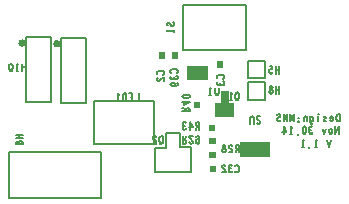
<source format=gbo>
G04 ================== begin FILE IDENTIFICATION RECORD ==================*
G04 Layout Name:  ETDS_PCB_ANTENNA.brd*
G04 Film Name:    SILKSCREEN_BOTTOM*
G04 File Format:  Gerber RS274X*
G04 File Origin:  Cadence Allegro 16.6-P004*
G04 Origin Date:  Mon Dec 01 16:47:35 2014*
G04 *
G04 Layer:  REF DES/SILKSCREEN_BOTTOM*
G04 Layer:  PACKAGE GEOMETRY/SILKSCREEN_BOTTOM*
G04 Layer:  BOARD GEOMETRY/SILKSCREEN_BOTTOM*
G04 *
G04 Offset:    (0.00 0.00)*
G04 Mirror:    No*
G04 Mode:      Positive*
G04 Rotation:  0*
G04 FullContactRelief:  No*
G04 UndefLineWidth:     5.00*
G04 ================== end FILE IDENTIFICATION RECORD ====================*
%FSLAX25Y25*MOIN*%
%IR0*IPPOS*OFA0.00000B0.00000*MIA0B0*SFA1.00000B1.00000*%
%ADD10C,.005*%
G75*
%LPD*%
G75*
G36*
G01X756565Y1701400D02*
G03I-1265J0D01*
G37*
G36*
G01X768165Y1701200D02*
G03I-1265J0D01*
G37*
G36*
G01X800900Y1698300D02*
X802900D01*
Y1696100D01*
X800900D01*
Y1698300D01*
G37*
G36*
G01X814700Y1679650D02*
X812700D01*
Y1681850D01*
X814700D01*
Y1679650D01*
G37*
G36*
G01X817150Y1693850D02*
Y1689050D01*
X810250D01*
Y1693850D01*
X817150D01*
G37*
G36*
G01X805300Y1698300D02*
X807300D01*
Y1696100D01*
X805300D01*
Y1698300D01*
G37*
G36*
G01X827800Y1663400D02*
Y1668400D01*
X837900D01*
Y1663400D01*
X827800D01*
G37*
G36*
G01X820000Y1660400D02*
Y1658400D01*
X817800D01*
Y1660400D01*
X820000D01*
G37*
G36*
G01X819900Y1665000D02*
Y1663000D01*
X817700D01*
Y1665000D01*
X819900D01*
G37*
G36*
G01X824100Y1681600D02*
Y1685300D01*
X821500D01*
Y1681600D01*
X819500D01*
Y1676700D01*
X826000D01*
Y1681600D01*
X824100D01*
G37*
G36*
G01X817600Y1667800D02*
Y1669800D01*
X819800D01*
Y1667800D01*
X817600D01*
G37*
G36*
G01X819700Y1674100D02*
Y1672100D01*
X817500D01*
Y1674100D01*
X819700D01*
G37*
G36*
G01X820400Y1695450D02*
X822400D01*
Y1693250D01*
X820400D01*
Y1695450D01*
G37*
G54D10*
G01X750950Y1665050D02*
X781550D01*
Y1649650D01*
X750950D01*
Y1665050D01*
G01X755650Y1670910D02*
X753150D01*
G01Y1669790D02*
X755650D01*
G01X754400D02*
Y1670910D01*
G01X754608Y1668657D02*
X754317Y1668470D01*
X754150Y1668310D01*
X754067Y1668097D01*
X754150Y1667910D01*
X754317Y1667777D01*
X754567Y1667670D01*
X754858Y1667643D01*
X755108Y1667670D01*
X755358Y1667777D01*
X755567Y1667937D01*
X755650Y1668123D01*
X755567Y1668337D01*
X755317Y1668523D01*
X754942Y1668630D01*
X754525Y1668657D01*
X753983Y1668603D01*
X753692Y1668523D01*
X753400Y1668390D01*
X753192Y1668203D01*
X753150Y1668017D01*
X753233Y1667830D01*
X753442Y1667697D01*
G01X756510Y1692100D02*
Y1694600D01*
G01X755390D02*
Y1692100D01*
G01Y1693350D02*
X756510D01*
G01X753750Y1692100D02*
Y1694600D01*
X754070Y1694100D01*
G01Y1692100D02*
X753430D01*
G01X751550Y1694600D02*
X751763Y1694517D01*
X751923Y1694308D01*
X752030Y1694058D01*
X752110Y1693725D01*
X752137Y1693350D01*
X752110Y1692975D01*
X752030Y1692642D01*
X751923Y1692392D01*
X751763Y1692183D01*
X751550Y1692100D01*
X751337Y1692183D01*
X751177Y1692392D01*
X751070Y1692642D01*
X750990Y1692975D01*
X750963Y1693350D01*
X750990Y1693725D01*
X751070Y1694058D01*
X751177Y1694308D01*
X751337Y1694517D01*
X751550Y1694600D01*
G01X776500Y1703200D02*
Y1681600D01*
X768300D01*
Y1703200D01*
X776500D01*
G01X764900Y1703400D02*
Y1681800D01*
X756700D01*
Y1703400D01*
X764900D01*
G01X799150Y1682000D02*
Y1667800D01*
X779350D01*
Y1682000D01*
X799150D01*
G01X808000Y1666700D02*
Y1671500D01*
X803300D01*
Y1666600D01*
X799700D01*
Y1658500D01*
X811700D01*
Y1666700D01*
X808000D01*
G01X794283Y1684700D02*
Y1682200D01*
X793217D01*
G01X791017D02*
X792083D01*
Y1684700D01*
X791017D01*
G01X791443Y1683492D02*
X792083D01*
G01X789937Y1682200D02*
Y1684700D01*
X789403D01*
X789190Y1684575D01*
X789030Y1684408D01*
X788897Y1684158D01*
X788790Y1683867D01*
X788763Y1683450D01*
X788790Y1683033D01*
X788897Y1682742D01*
X789030Y1682492D01*
X789190Y1682325D01*
X789403Y1682200D01*
X789937D01*
G01X787150D02*
Y1684700D01*
X787470Y1684200D01*
G01Y1682200D02*
X786830D01*
G01X801700Y1667900D02*
X801913Y1667942D01*
X802100Y1668108D01*
X802260Y1668358D01*
X802367Y1668650D01*
X802420Y1668983D01*
Y1669317D01*
X802367Y1669650D01*
X802260Y1669942D01*
X802100Y1670192D01*
X801913Y1670358D01*
X801700Y1670400D01*
X801487Y1670358D01*
X801300Y1670192D01*
X801140Y1669942D01*
X801033Y1669650D01*
X800980Y1669317D01*
Y1668983D01*
X801033Y1668650D01*
X801140Y1668358D01*
X801300Y1668108D01*
X801487Y1667942D01*
X801700Y1667900D01*
G01X801487Y1668567D02*
X801167Y1667900D01*
G01X800007Y1669983D02*
X799847Y1670233D01*
X799660Y1670358D01*
X799447Y1670400D01*
X799180Y1670317D01*
X798993Y1670108D01*
X798940Y1669858D01*
X798967Y1669608D01*
X799073Y1669400D01*
X799607Y1668983D01*
X799847Y1668692D01*
X800007Y1668275D01*
X800060Y1667900D01*
X798940D01*
G01X800408Y1691013D02*
X800283Y1691173D01*
X800200Y1691360D01*
Y1691573D01*
X800325Y1691813D01*
X800533Y1692000D01*
X800783Y1692133D01*
X801200Y1692240D01*
X801575Y1692267D01*
X801950Y1692213D01*
X802200Y1692133D01*
X802450Y1691973D01*
X802617Y1691787D01*
X802700Y1691600D01*
Y1691413D01*
X802617Y1691227D01*
X802492Y1691067D01*
X802325Y1690933D01*
G01X800617Y1689907D02*
X800367Y1689747D01*
X800242Y1689560D01*
X800200Y1689347D01*
X800283Y1689080D01*
X800492Y1688893D01*
X800742Y1688840D01*
X800992Y1688867D01*
X801200Y1688973D01*
X801617Y1689507D01*
X801908Y1689747D01*
X802325Y1689907D01*
X802700Y1689960D01*
Y1688840D01*
G01X808867Y1670400D02*
Y1667900D01*
X809533D01*
X809747Y1668025D01*
X809880Y1668192D01*
X809933Y1668525D01*
X809880Y1668858D01*
X809720Y1669067D01*
X809533Y1669192D01*
X808867D01*
G01X809533D02*
X809933Y1670400D01*
G01X811093Y1668317D02*
X811253Y1668067D01*
X811440Y1667942D01*
X811653Y1667900D01*
X811920Y1667983D01*
X812107Y1668192D01*
X812160Y1668442D01*
X812133Y1668692D01*
X812027Y1668900D01*
X811493Y1669317D01*
X811253Y1669608D01*
X811093Y1670025D01*
X811040Y1670400D01*
X812160D01*
G01X813347Y1670108D02*
X813533Y1670317D01*
X813747Y1670400D01*
X813960Y1670317D01*
X814147Y1670067D01*
X814280Y1669692D01*
X814333Y1669317D01*
Y1668858D01*
X814280Y1668483D01*
X814147Y1668150D01*
X813987Y1667983D01*
X813800Y1667900D01*
X813587Y1667983D01*
X813427Y1668150D01*
X813320Y1668400D01*
X813267Y1668733D01*
X813320Y1669025D01*
X813453Y1669317D01*
X813613Y1669483D01*
X813800Y1669525D01*
X814013Y1669442D01*
X814173Y1669233D01*
X814333Y1668858D01*
G01X808700Y1678717D02*
X811200D01*
Y1679383D01*
X811075Y1679597D01*
X810908Y1679730D01*
X810575Y1679783D01*
X810242Y1679730D01*
X810033Y1679570D01*
X809908Y1679383D01*
Y1678717D01*
G01Y1679383D02*
X808700Y1679783D01*
G01Y1681770D02*
X811200D01*
X809408Y1680783D01*
Y1682117D01*
G01X811200Y1683650D02*
X811117Y1683437D01*
X810908Y1683277D01*
X810658Y1683170D01*
X810325Y1683090D01*
X809950Y1683063D01*
X809575Y1683090D01*
X809242Y1683170D01*
X808992Y1683277D01*
X808783Y1683437D01*
X808700Y1683650D01*
X808783Y1683863D01*
X808992Y1684023D01*
X809242Y1684130D01*
X809575Y1684210D01*
X809950Y1684237D01*
X810325Y1684210D01*
X810658Y1684130D01*
X810908Y1684023D01*
X811117Y1683863D01*
X811200Y1683650D01*
G01X814333Y1672600D02*
Y1675100D01*
X813667D01*
X813453Y1674975D01*
X813320Y1674808D01*
X813267Y1674475D01*
X813320Y1674142D01*
X813480Y1673933D01*
X813667Y1673808D01*
X814333D01*
G01X813667D02*
X813267Y1672600D01*
G01X811280D02*
Y1675100D01*
X812267Y1673308D01*
X810933D01*
G01X809987Y1673100D02*
X809827Y1672808D01*
X809613Y1672642D01*
X809373Y1672600D01*
X809160Y1672642D01*
X808947Y1672850D01*
X808813Y1673100D01*
X808787Y1673350D01*
X808840Y1673642D01*
X809027Y1673850D01*
X809213Y1673933D01*
X809453D01*
G01X809213D02*
X809053Y1674058D01*
X808920Y1674267D01*
X808867Y1674517D01*
X808920Y1674767D01*
X809053Y1674975D01*
X809293Y1675100D01*
X809533Y1675058D01*
X809773Y1674892D01*
G01X820837Y1686550D02*
Y1684758D01*
X820730Y1684383D01*
X820517Y1684133D01*
X820250Y1684050D01*
X819983Y1684133D01*
X819770Y1684383D01*
X819663Y1684758D01*
Y1686550D01*
G01X818050Y1684050D02*
Y1686550D01*
X818370Y1686050D01*
G01Y1684050D02*
X817730D01*
G01X804908Y1691513D02*
X804783Y1691673D01*
X804700Y1691860D01*
Y1692073D01*
X804825Y1692313D01*
X805033Y1692500D01*
X805283Y1692633D01*
X805700Y1692740D01*
X806075Y1692767D01*
X806450Y1692713D01*
X806700Y1692633D01*
X806950Y1692473D01*
X807117Y1692287D01*
X807200Y1692100D01*
Y1691913D01*
X807117Y1691727D01*
X806992Y1691567D01*
X806825Y1691433D01*
G01X806700Y1690487D02*
X806992Y1690327D01*
X807158Y1690113D01*
X807200Y1689873D01*
X807158Y1689660D01*
X806950Y1689447D01*
X806700Y1689313D01*
X806450Y1689287D01*
X806158Y1689340D01*
X805950Y1689527D01*
X805867Y1689713D01*
Y1689953D01*
G01Y1689713D02*
X805742Y1689553D01*
X805533Y1689420D01*
X805283Y1689367D01*
X805033Y1689420D01*
X804825Y1689553D01*
X804700Y1689793D01*
X804742Y1690033D01*
X804908Y1690273D01*
G01X806908Y1688153D02*
X807117Y1687967D01*
X807200Y1687753D01*
X807117Y1687540D01*
X806867Y1687353D01*
X806492Y1687220D01*
X806117Y1687167D01*
X805658D01*
X805283Y1687220D01*
X804950Y1687353D01*
X804783Y1687513D01*
X804700Y1687700D01*
X804783Y1687913D01*
X804950Y1688073D01*
X805200Y1688180D01*
X805533Y1688233D01*
X805825Y1688180D01*
X806117Y1688047D01*
X806283Y1687887D01*
X806325Y1687700D01*
X806242Y1687487D01*
X806033Y1687327D01*
X805658Y1687167D01*
G01X805667Y1708310D02*
X805875Y1708097D01*
X806000Y1707857D01*
Y1707643D01*
X805875Y1707430D01*
X805667Y1707270D01*
X805375Y1707190D01*
X805083Y1707243D01*
X804833Y1707377D01*
X804667Y1707617D01*
X804583Y1707937D01*
X804417Y1708123D01*
X804125Y1708203D01*
X803833Y1708150D01*
X803625Y1708017D01*
X803500Y1707830D01*
Y1707643D01*
X803583Y1707457D01*
X803792Y1707297D01*
G01X806000Y1705550D02*
X803500D01*
X804000Y1705870D01*
G01X806000D02*
Y1705230D01*
G01X808900Y1714100D02*
X829900D01*
Y1699000D01*
X808900D01*
Y1714100D01*
G01X826363Y1660592D02*
X826523Y1660717D01*
X826710Y1660800D01*
X826923D01*
X827163Y1660675D01*
X827350Y1660467D01*
X827483Y1660217D01*
X827590Y1659800D01*
X827617Y1659425D01*
X827563Y1659050D01*
X827483Y1658800D01*
X827323Y1658550D01*
X827137Y1658383D01*
X826950Y1658300D01*
X826763D01*
X826577Y1658383D01*
X826417Y1658508D01*
X826283Y1658675D01*
G01X825337Y1658800D02*
X825177Y1658508D01*
X824963Y1658342D01*
X824723Y1658300D01*
X824510Y1658342D01*
X824297Y1658550D01*
X824163Y1658800D01*
X824137Y1659050D01*
X824190Y1659342D01*
X824377Y1659550D01*
X824563Y1659633D01*
X824803D01*
G01X824563D02*
X824403Y1659758D01*
X824270Y1659967D01*
X824217Y1660217D01*
X824270Y1660467D01*
X824403Y1660675D01*
X824643Y1660800D01*
X824883Y1660758D01*
X825123Y1660592D01*
G01X823057Y1660383D02*
X822897Y1660633D01*
X822710Y1660758D01*
X822497Y1660800D01*
X822230Y1660717D01*
X822043Y1660508D01*
X821990Y1660258D01*
X822017Y1660008D01*
X822123Y1659800D01*
X822657Y1659383D01*
X822897Y1659092D01*
X823057Y1658675D01*
X823110Y1658300D01*
X821990D01*
G01X827533Y1665000D02*
Y1667500D01*
X826867D01*
X826653Y1667375D01*
X826520Y1667208D01*
X826467Y1666875D01*
X826520Y1666542D01*
X826680Y1666333D01*
X826867Y1666208D01*
X827533D01*
G01X826867D02*
X826467Y1665000D01*
G01X825307Y1667083D02*
X825147Y1667333D01*
X824960Y1667458D01*
X824747Y1667500D01*
X824480Y1667417D01*
X824293Y1667208D01*
X824240Y1666958D01*
X824267Y1666708D01*
X824373Y1666500D01*
X824907Y1666083D01*
X825147Y1665792D01*
X825307Y1665375D01*
X825360Y1665000D01*
X824240D01*
G01X822600D02*
X822413Y1665042D01*
X822200Y1665167D01*
X822067Y1665375D01*
X822013Y1665667D01*
X822067Y1665958D01*
X822227Y1666208D01*
X822467Y1666333D01*
X822733D01*
X822893Y1666417D01*
X823027Y1666625D01*
X823080Y1666917D01*
X823000Y1667208D01*
X822813Y1667417D01*
X822600Y1667500D01*
X822387Y1667417D01*
X822200Y1667208D01*
X822120Y1666917D01*
X822173Y1666625D01*
X822307Y1666417D01*
X822467Y1666333D01*
X822733D01*
X822973Y1666208D01*
X823133Y1665958D01*
X823187Y1665667D01*
X823133Y1665375D01*
X823000Y1665167D01*
X822787Y1665042D01*
X822600Y1665000D01*
G01X831313Y1674500D02*
Y1676292D01*
X831420Y1676667D01*
X831633Y1676917D01*
X831900Y1677000D01*
X832167Y1676917D01*
X832380Y1676667D01*
X832487Y1676292D01*
Y1674500D01*
G01X833593Y1674917D02*
X833753Y1674667D01*
X833940Y1674542D01*
X834153Y1674500D01*
X834420Y1674583D01*
X834607Y1674792D01*
X834660Y1675042D01*
X834633Y1675292D01*
X834527Y1675500D01*
X833993Y1675917D01*
X833753Y1676208D01*
X833593Y1676625D01*
X833540Y1677000D01*
X834660D01*
G01X827000Y1682500D02*
X827213Y1682542D01*
X827400Y1682708D01*
X827560Y1682958D01*
X827667Y1683250D01*
X827720Y1683583D01*
Y1683917D01*
X827667Y1684250D01*
X827560Y1684542D01*
X827400Y1684792D01*
X827213Y1684958D01*
X827000Y1685000D01*
X826787Y1684958D01*
X826600Y1684792D01*
X826440Y1684542D01*
X826333Y1684250D01*
X826280Y1683917D01*
Y1683583D01*
X826333Y1683250D01*
X826440Y1682958D01*
X826600Y1682708D01*
X826787Y1682542D01*
X827000Y1682500D01*
G01X826787Y1683167D02*
X826467Y1682500D01*
G01X824800D02*
Y1685000D01*
X825120Y1684500D01*
G01Y1682500D02*
X824480D01*
G01X820408Y1689663D02*
X820283Y1689823D01*
X820200Y1690010D01*
Y1690223D01*
X820325Y1690463D01*
X820533Y1690650D01*
X820783Y1690783D01*
X821200Y1690890D01*
X821575Y1690917D01*
X821950Y1690863D01*
X822200Y1690783D01*
X822450Y1690623D01*
X822617Y1690437D01*
X822700Y1690250D01*
Y1690063D01*
X822617Y1689877D01*
X822492Y1689717D01*
X822325Y1689583D01*
G01X822200Y1688637D02*
X822492Y1688477D01*
X822658Y1688263D01*
X822700Y1688023D01*
X822658Y1687810D01*
X822450Y1687597D01*
X822200Y1687463D01*
X821950Y1687437D01*
X821658Y1687490D01*
X821450Y1687677D01*
X821367Y1687863D01*
Y1688103D01*
G01Y1687863D02*
X821242Y1687703D01*
X821033Y1687570D01*
X820783Y1687517D01*
X820533Y1687570D01*
X820325Y1687703D01*
X820200Y1687943D01*
X820242Y1688183D01*
X820408Y1688423D01*
G01X836350Y1688300D02*
Y1682500D01*
X830550D01*
Y1688300D01*
X836350D01*
G01Y1695500D02*
Y1689700D01*
X830550D01*
Y1695500D01*
X836350D01*
G01X858267Y1669150D02*
X857600Y1666650D01*
X856933Y1669150D01*
G01X853200Y1666650D02*
Y1669150D01*
X853520Y1668650D01*
G01Y1666650D02*
X852880D01*
G01X851000Y1666567D02*
X851053Y1666608D01*
Y1666692D01*
X851000Y1666733D01*
X850947Y1666692D01*
Y1666608D01*
X851000Y1666567D01*
G01X848800Y1666650D02*
Y1669150D01*
X849120Y1668650D01*
G01Y1666650D02*
X848480D01*
G01X861237Y1675300D02*
Y1677800D01*
X860703D01*
X860490Y1677675D01*
X860330Y1677508D01*
X860197Y1677258D01*
X860090Y1676967D01*
X860063Y1676550D01*
X860090Y1676133D01*
X860197Y1675842D01*
X860330Y1675592D01*
X860490Y1675425D01*
X860703Y1675300D01*
X861237D01*
G01X858850Y1676425D02*
X857997D01*
X858077Y1676717D01*
X858210Y1676883D01*
X858397Y1676967D01*
X858583Y1676925D01*
X858743Y1676800D01*
X858850Y1676508D01*
X858903Y1676258D01*
Y1676008D01*
X858850Y1675758D01*
X858717Y1675508D01*
X858557Y1675342D01*
X858370Y1675300D01*
X858183Y1675383D01*
X857997Y1675633D01*
G01X856650Y1675592D02*
X856517Y1675425D01*
X856330Y1675300D01*
X856170D01*
X856010Y1675383D01*
X855903Y1675508D01*
X855850Y1675675D01*
X855877Y1675925D01*
X855983Y1676050D01*
X856463Y1676300D01*
X856570Y1676592D01*
X856517Y1676800D01*
X856410Y1676925D01*
X856250Y1676967D01*
X856090Y1676925D01*
X855930Y1676800D01*
G01X854050Y1676967D02*
Y1675300D01*
G01Y1677633D02*
X854103Y1677675D01*
Y1677758D01*
X854050Y1677800D01*
X853997Y1677758D01*
Y1677675D01*
X854050Y1677633D01*
G01X852223Y1674675D02*
X852037Y1674508D01*
X851823Y1674467D01*
X851637Y1674508D01*
X851477Y1674717D01*
X851370Y1675008D01*
Y1676967D01*
G01Y1676633D02*
X851477Y1676800D01*
X851637Y1676925D01*
X851823Y1676967D01*
X852037Y1676883D01*
X852170Y1676717D01*
X852277Y1676425D01*
X852330Y1676133D01*
X852303Y1675883D01*
X852197Y1675592D01*
X852037Y1675383D01*
X851823Y1675300D01*
X851663Y1675342D01*
X851477Y1675508D01*
X851370Y1675675D01*
G01X850103Y1675300D02*
Y1676967D01*
G01Y1676550D02*
X849997Y1676758D01*
X849837Y1676925D01*
X849623Y1676967D01*
X849437Y1676925D01*
X849277Y1676758D01*
X849197Y1676467D01*
Y1675300D01*
G01X847450Y1675217D02*
X847503Y1675258D01*
Y1675342D01*
X847450Y1675383D01*
X847397Y1675342D01*
Y1675258D01*
X847450Y1675217D01*
G01Y1676342D02*
X847503Y1676383D01*
Y1676467D01*
X847450Y1676508D01*
X847397Y1676467D01*
Y1676383D01*
X847450Y1676342D01*
G01X845943Y1675300D02*
Y1677800D01*
X845250Y1675717D01*
X844557Y1677800D01*
Y1675300D01*
G01X843663D02*
Y1677800D01*
X842437Y1675300D01*
Y1677800D01*
G01X841410Y1675633D02*
X841197Y1675425D01*
X840957Y1675300D01*
X840743D01*
X840530Y1675425D01*
X840370Y1675633D01*
X840290Y1675925D01*
X840343Y1676217D01*
X840477Y1676467D01*
X840717Y1676633D01*
X841037Y1676717D01*
X841223Y1676883D01*
X841303Y1677175D01*
X841250Y1677467D01*
X841117Y1677675D01*
X840930Y1677800D01*
X840743D01*
X840557Y1677717D01*
X840397Y1677508D01*
G01X860963Y1671150D02*
Y1673650D01*
X859737Y1671150D01*
Y1673650D01*
G01X858150Y1671150D02*
X858310Y1671192D01*
X858470Y1671358D01*
X858577Y1671650D01*
X858630Y1671983D01*
X858577Y1672317D01*
X858470Y1672608D01*
X858310Y1672775D01*
X858150Y1672817D01*
X857990Y1672775D01*
X857830Y1672608D01*
X857723Y1672317D01*
X857697Y1671983D01*
X857723Y1671650D01*
X857830Y1671358D01*
X857990Y1671192D01*
X858150Y1671150D01*
G01X856430Y1672817D02*
X855950Y1671150D01*
X855470Y1672817D01*
G01X852137Y1671650D02*
X851977Y1671358D01*
X851763Y1671192D01*
X851523Y1671150D01*
X851310Y1671192D01*
X851097Y1671400D01*
X850963Y1671650D01*
X850937Y1671900D01*
X850990Y1672192D01*
X851177Y1672400D01*
X851363Y1672483D01*
X851603D01*
G01X851363D02*
X851203Y1672608D01*
X851070Y1672817D01*
X851017Y1673067D01*
X851070Y1673317D01*
X851203Y1673525D01*
X851443Y1673650D01*
X851683Y1673608D01*
X851923Y1673442D01*
G01X849350Y1673650D02*
X849563Y1673567D01*
X849723Y1673358D01*
X849830Y1673108D01*
X849910Y1672775D01*
X849937Y1672400D01*
X849910Y1672025D01*
X849830Y1671692D01*
X849723Y1671442D01*
X849563Y1671233D01*
X849350Y1671150D01*
X849137Y1671233D01*
X848977Y1671442D01*
X848870Y1671692D01*
X848790Y1672025D01*
X848763Y1672400D01*
X848790Y1672775D01*
X848870Y1673108D01*
X848977Y1673358D01*
X849137Y1673567D01*
X849350Y1673650D01*
G01X847203Y1670692D02*
X847097Y1671233D01*
G01X844950Y1671150D02*
Y1673650D01*
X845270Y1673150D01*
G01Y1671150D02*
X844630D01*
G01X842430D02*
Y1673650D01*
X843417Y1671858D01*
X842083D01*
G01X841060Y1684600D02*
Y1687100D01*
G01X839940D02*
Y1684600D01*
G01Y1685850D02*
X841060D01*
G01X838300Y1684600D02*
X838113Y1684642D01*
X837900Y1684767D01*
X837767Y1684975D01*
X837713Y1685267D01*
X837767Y1685558D01*
X837927Y1685808D01*
X838167Y1685933D01*
X838433D01*
X838593Y1686017D01*
X838727Y1686225D01*
X838780Y1686517D01*
X838700Y1686808D01*
X838513Y1687017D01*
X838300Y1687100D01*
X838087Y1687017D01*
X837900Y1686808D01*
X837820Y1686517D01*
X837873Y1686225D01*
X838007Y1686017D01*
X838167Y1685933D01*
X838433D01*
X838673Y1685808D01*
X838833Y1685558D01*
X838887Y1685267D01*
X838833Y1684975D01*
X838700Y1684767D01*
X838487Y1684642D01*
X838300Y1684600D01*
G01X841010Y1691250D02*
Y1693750D01*
G01X839890D02*
Y1691250D01*
G01Y1692500D02*
X841010D01*
G01X838837Y1691625D02*
X838677Y1691417D01*
X838490Y1691292D01*
X838250Y1691250D01*
X838010Y1691333D01*
X837823Y1691500D01*
X837690Y1691792D01*
X837663Y1692125D01*
X837717Y1692458D01*
X837850Y1692667D01*
X838037Y1692833D01*
X838223Y1692875D01*
X838410Y1692833D01*
X838650Y1692667D01*
X838570Y1693750D01*
X837850D01*
M02*

</source>
